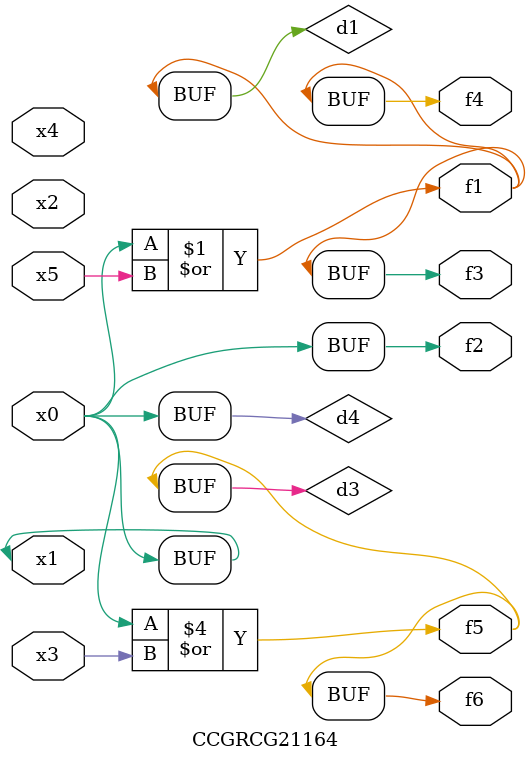
<source format=v>
module CCGRCG21164(
	input x0, x1, x2, x3, x4, x5,
	output f1, f2, f3, f4, f5, f6
);

	wire d1, d2, d3, d4;

	or (d1, x0, x5);
	xnor (d2, x1, x4);
	or (d3, x0, x3);
	buf (d4, x0, x1);
	assign f1 = d1;
	assign f2 = d4;
	assign f3 = d1;
	assign f4 = d1;
	assign f5 = d3;
	assign f6 = d3;
endmodule

</source>
